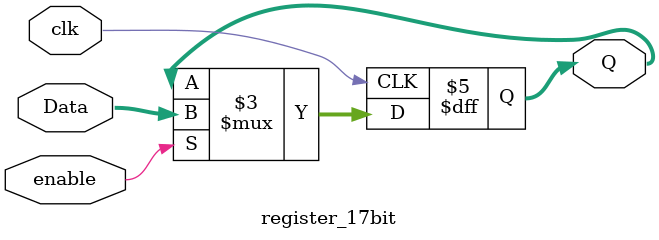
<source format=v>
`timescale 1ns / 1ps


module register_17bit(
    input clk,
    input enable,
    input [16:0] Data,
    output reg [16:0] Q
    );
    
    
    
    //Sequential Block
    always @(posedge clk) begin
        if(enable)
            Q = Data;
    end
    
    
endmodule

</source>
